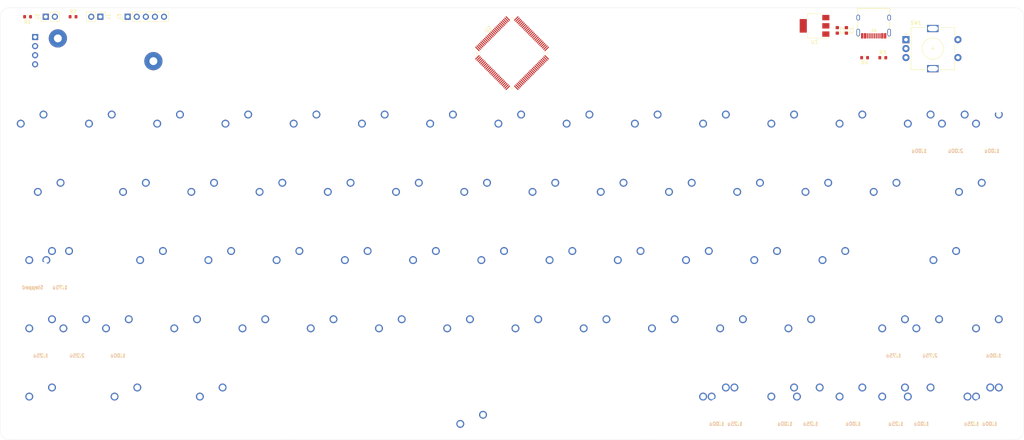
<source format=kicad_pcb>
(kicad_pcb (version 20201116) (generator pcbnew)
  (layers (0 "F.Cu" signal) (31 "B.Cu" signal) (34 "B.Paste" user) (35 "F.Paste" user) (36 "B.SilkS" user "B.Silkscreen") (37 "F.SilkS" user "F.Silkscreen") (38 "B.Mask" user) (39 "F.Mask" user) (44 "Edge.Cuts" user))
  (net 0 "")
  (net 1 "GND")
  (net 2 "+5V")
  (net 3 "+3V3")
  (net 4 "BOOT")
  (net 5 "RESET")
  (net 6 "SWDIO")
  (net 7 "SWCLK")
  (net 8 "Net-(J4-PadB8)")
  (net 9 "Net-(J4-PadA5)")
  (net 10 "DM")
  (net 11 "DP")
  (net 12 "Net-(J4-PadA8)")
  (net 13 "Net-(J4-PadB5)")
  (net 14 "Net-(J5-Pad5)")
  (net 15 "I2C_CLK")
  (net 16 "I2C_DAT")
  (net 17 "ENC_A")
  (net 18 "ENC_B")
  (net 19 "ENC_SW")
  (net 20 "Net-(U2-Pad98)")
  (net 21 "Net-(U2-Pad97)")
  (net 22 "Net-(U2-Pad96)")
  (net 23 "Net-(U2-Pad95)")
  (net 24 "Net-(U2-Pad91)")
  (net 25 "Net-(U2-Pad90)")
  (net 26 "Net-(U2-Pad89)")
  (net 27 "Net-(U2-Pad88)")
  (net 28 "Net-(U2-Pad87)")
  (net 29 "Net-(U2-Pad86)")
  (net 30 "Net-(U2-Pad85)")
  (net 31 "Net-(U2-Pad84)")
  (net 32 "Net-(U2-Pad83)")
  (net 33 "Net-(U2-Pad82)")
  (net 34 "Net-(U2-Pad81)")
  (net 35 "Net-(U2-Pad80)")
  (net 36 "Net-(U2-Pad79)")
  (net 37 "Net-(U2-Pad78)")
  (net 38 "Net-(U2-Pad77)")
  (net 39 "Net-(U2-Pad73)")
  (net 40 "Net-(U2-Pad69)")
  (net 41 "Net-(U2-Pad68)")
  (net 42 "Net-(U2-Pad67)")
  (net 43 "Net-(U2-Pad66)")
  (net 44 "Net-(U2-Pad65)")
  (net 45 "Net-(U2-Pad64)")
  (net 46 "Net-(U2-Pad63)")
  (net 47 "Net-(U2-Pad62)")
  (net 48 "Net-(U2-Pad61)")
  (net 49 "Net-(U2-Pad60)")
  (net 50 "Net-(U2-Pad59)")
  (net 51 "Net-(U2-Pad58)")
  (net 52 "Net-(U2-Pad57)")
  (net 53 "Net-(U2-Pad56)")
  (net 54 "Net-(U2-Pad55)")
  (net 55 "Net-(U2-Pad54)")
  (net 56 "Net-(U2-Pad53)")
  (net 57 "Net-(U2-Pad52)")
  (net 58 "Net-(U2-Pad51)")
  (net 59 "Net-(U2-Pad48)")
  (net 60 "Net-(U2-Pad47)")
  (net 61 "Net-(U2-Pad46)")
  (net 62 "Net-(U2-Pad45)")
  (net 63 "Net-(U2-Pad44)")
  (net 64 "Net-(U2-Pad43)")
  (net 65 "Net-(U2-Pad42)")
  (net 66 "Net-(U2-Pad41)")
  (net 67 "Net-(U2-Pad40)")
  (net 68 "Net-(U2-Pad39)")
  (net 69 "Net-(U2-Pad38)")
  (net 70 "Net-(U2-Pad37)")
  (net 71 "Net-(U2-Pad36)")
  (net 72 "Net-(U2-Pad35)")
  (net 73 "Net-(U2-Pad34)")
  (net 74 "Net-(U2-Pad33)")
  (net 75 "Net-(U2-Pad32)")
  (net 76 "Net-(U2-Pad31)")
  (net 77 "Net-(U2-Pad30)")
  (net 78 "Net-(U2-Pad29)")
  (net 79 "Net-(U2-Pad26)")
  (net 80 "Net-(U2-Pad25)")
  (net 81 "Net-(U2-Pad24)")
  (net 82 "Net-(U2-Pad23)")
  (net 83 "Net-(U2-Pad22)")
  (net 84 "Net-(U2-Pad19)")
  (net 85 "Net-(U2-Pad18)")
  (net 86 "Net-(U2-Pad17)")
  (net 87 "Net-(U2-Pad16)")
  (net 88 "Net-(U2-Pad15)")
  (net 89 "Net-(U2-Pad13)")
  (net 90 "Net-(U2-Pad12)")
  (net 91 "Net-(U2-Pad11)")
  (net 92 "Net-(U2-Pad10)")
  (net 93 "Net-(U2-Pad9)")
  (net 94 "Net-(U2-Pad8)")
  (net 95 "Net-(U2-Pad7)")
  (net 96 "Net-(U2-Pad5)")
  (net 97 "Net-(U2-Pad4)")
  (net 98 "Net-(U2-Pad3)")
  (net 99 "Net-(U2-Pad2)")
  (net 100 "Net-(U2-Pad1)")
  (net 101 "K0_0")
  (net 102 "K0_1")
  (net 103 "K0_2")
  (net 104 "K0_3")
  (net 105 "K0_4")
  (net 106 "K0_5")
  (net 107 "K0_6")
  (net 108 "K0_7")
  (net 109 "K0_8")
  (net 110 "K0_9")
  (net 111 "K0_10")
  (net 112 "K0_11")
  (net 113 "K0_12")
  (net 114 "K0_14")
  (net 115 "K0_13")
  (net 116 "K1_0")
  (net 117 "K1_1")
  (net 118 "K1_2")
  (net 119 "K1_3")
  (net 120 "K1_4")
  (net 121 "K1_5")
  (net 122 "K1_6")
  (net 123 "K1_7")
  (net 124 "K1_8")
  (net 125 "K1_9")
  (net 126 "K1_10")
  (net 127 "K1_11")
  (net 128 "K1_12")
  (net 129 "K1_13")
  (net 130 "K2_0")
  (net 131 "K2_1")
  (net 132 "K2_2")
  (net 133 "K2_3")
  (net 134 "K2_4")
  (net 135 "K2_5")
  (net 136 "K2_6")
  (net 137 "K2_7")
  (net 138 "K2_8")
  (net 139 "K2_9")
  (net 140 "K2_10")
  (net 141 "K2_11")
  (net 142 "K2_12")
  (net 143 "K3_2")
  (net 144 "K3_3")
  (net 145 "K3_4")
  (net 146 "K3_5")
  (net 147 "K3_6")
  (net 148 "K3_7")
  (net 149 "K3_8")
  (net 150 "K3_9")
  (net 151 "K3_10")
  (net 152 "K3_11")
  (net 153 "K3_1")
  (net 154 "K3_0")
  (net 155 "K3_13")
  (net 156 "K3_12")
  (net 157 "K4_0")
  (net 158 "K4_1")
  (net 159 "K4_2")
  (net 160 "K4_3")
  (net 161 "K4_8")
  (net 162 "K4_7")
  (net 163 "K4_6")
  (net 164 "K4_5")
  (net 165 "K4_4")
  (footprint "kobuss-footprint:MX_1u" (layer "F.Cu") (at 114.3 -66.675)
    (fp_text reference "SW1_5" hide)
    (fp_text value "1.00u")
  )
  (footprint "kobuss-footprint:MX_2.75u_or_1.75and1.00" (layer "F.Cu") (at 259.55625 -28.575)
    (fp_text reference "SW3_12-13" hide)
    (fp_text value "2.75u_or_1.75and1.00")
  )
  (footprint "kobuss-footprint:MX_1u" (layer "F.Cu") (at 9.525 -85.725)
    (fp_text reference "SW0_0" hide)
    (fp_text value "1.00u")
  )
  (footprint "kobuss-footprint:MX_1u" (layer "F.Cu") (at 123.825 -85.725)
    (fp_text reference "SW0_6" hide)
    (fp_text value "1.00u")
  )
  (footprint "kobuss-footprint:MX_1.50u" (layer "F.Cu") (at 271.4625 -66.675)
    (fp_text reference "SW1_13" hide)
    (fp_text value "1.50u")
  )
  (footprint "kobuss-footprint:MX_1u" (layer "F.Cu") (at 219.075 -85.725)
    (fp_text reference "SW0_11" hide)
    (fp_text value "1.00u")
  )
  (footprint "kobuss-footprint:MX_1u" (layer "F.Cu") (at 80.9625 -47.625)
    (fp_text reference "SW2_3" hide)
    (fp_text value "1.00u")
  )
  (footprint "kobuss-footprint:MX_1.50u" (layer "F.Cu") (at 14.2875 -66.675)
    (fp_text reference "SW1_0" hide)
    (fp_text value "1.50u")
  )
  (footprint "kobuss-footprint:MX_2.25u" (layer "F.Cu") (at 264.31875 -47.625)
    (fp_text reference "SW2_12" hide)
    (fp_text value "2.25u")
  )
  (footprint "kobuss-footprint:MX_1u" (layer "F.Cu") (at 209.55 -66.675)
    (fp_text reference "SW1_10" hide)
    (fp_text value "1.00u")
  )
  (footprint "kobuss-footprint:MX_1u" (layer "F.Cu") (at 128.5875 -28.575)
    (fp_text reference "SW3_6" hide)
    (fp_text value "1.00u")
  )
  (footprint "kobuss-footprint:SSD1306" (layer "F.Cu") (at 8.4582 -114.6048)
    (fp_text reference "J5" hide)
    (fp_text value "SSD1306")
  )
  (footprint "kobuss-footprint:MX_6.25u" (layer "F.Cu") (at 130.96875 -9.525 180)
    (fp_text reference "SW4_3" hide)
    (fp_text value "6.25u")
  )
  (footprint "kobuss-footprint:MX_1u" (layer "F.Cu") (at 185.7375 -28.575)
    (fp_text reference "SW3_9" hide)
    (fp_text value "1.00u")
  )
  (footprint "kobuss-footprint:MX_1.25" (layer "F.Cu") (at 35.71875 -9.525)
    (fp_text reference "SW4_1" hide)
    (fp_text value "1.25u")
  )
  (footprint "kobuss-footprint:MX_1u" (layer "F.Cu") (at 38.1 -66.675)
    (fp_text reference "SW1_1" hide)
    (fp_text value "1.00u")
  )
  (footprint "kobuss-footprint:MX_1.75u_stepped_caps" (layer "F.Cu") (at 16.66875 -47.625)
    (fp_text reference "SW2_0" hide)
    (fp_text value "1.75u_stepped_caps_lock")
  )
  (footprint "kobuss-footprint:MX_1u" (layer "F.Cu") (at 133.35 -66.675)
    (fp_text reference "SW1_6" hide)
    (fp_text value "1.00u")
  )
  (footprint "Connector_PinHeader_2.54mm:PinHeader_1x05_P2.54mm_Vertical" (layer "F.Cu") (at 35.56 -118.11 90)
    (fp_text reference "J3")
    (fp_text value "Conn_01x05")
  )
  (footprint "kobuss-footprint:MX_1u" (layer "F.Cu") (at 28.575 -85.725)
    (fp_text reference "SW0_1" hide)
    (fp_text value "1.00u")
  )
  (footprint "kobuss-footprint:MX_1u" (layer "F.Cu") (at 166.6875 -28.575)
    (fp_text reference "SW3_8" hide)
    (fp_text value "1.00u")
  )
  (footprint "kobuss-footprint:MX_1u" (layer "F.Cu") (at 152.4 -66.675)
    (fp_text reference "SW1_7" hide)
    (fp_text value "1.00u")
  )
  (footprint "kobuss-footprint:MX_1.25" (layer "F.Cu") (at 59.53125 -9.525)
    (fp_text reference "SW4_2" hide)
    (fp_text value "1.25u")
  )
  (footprint "kobuss-footprint:MX_1u" (layer "F.Cu") (at 195.2625 -47.625)
    (fp_text reference "SW2_9" hide)
    (fp_text value "1.00u")
  )
  (footprint "kobuss-footprint:MX_1u" (layer "F.Cu") (at 247.65 -66.675)
    (fp_text reference "SW1_12" hide)
    (fp_text value "1.00u")
  )
  (footprint "kobuss-footprint:MX_1u" (layer "F.Cu") (at 47.625 -85.725)
    (fp_text reference "SW0_2" hide)
    (fp_text value "1.00u")
  )
  (footprint "kobuss-footprint:MX_1u" (layer "F.Cu") (at 100.0125 -47.625)
    (fp_text reference "SW2_4" hide)
    (fp_text value "1.00u")
  )
  (footprint "kobuss-footprint:MX_1u" (layer "F.Cu") (at 142.875 -85.725)
    (fp_text reference "SW0_7" hide)
    (fp_text value "1.00u")
  )
  (footprint "kobuss-footprint:MX_1u" (layer "F.Cu") (at 228.6 -66.675)
    (fp_text reference "SW1_11" hide)
    (fp_text value "1.00u")
  )
  (footprint "Capacitor_SMD:C_0603_1608Metric" (layer "F.Cu") (at 236.22 -114.3 -90)
    (fp_text reference "C1")
    (fp_text value "10uF")
  )
  (footprint "kobuss-footprint:MX_1u" (layer "F.Cu") (at 223.8375 -28.575)
    (fp_text reference "SW3_11" hide)
    (fp_text value "1.00u")
  )
  (footprint "kobuss-footprint:MX_1u" (layer "F.Cu") (at 176.2125 -47.625)
    (fp_text reference "SW2_8" hide)
    (fp_text value "1.00u")
  )
  (footprint "kobuss-footprint:MX_1u" (layer "F.Cu") (at 190.5 -66.675)
    (fp_text reference "SW1_9" hide)
    (fp_text value "1.00u")
  )
  (footprint "kobuss-footprint:MX_1u" (layer "F.Cu") (at 95.25 -66.675)
    (fp_text reference "SW1_4" hide)
    (fp_text value "1.00u")
  )
  (footprint "Package_QFP:LQFP-100_14x14mm_P0.5mm" (layer "F.Cu") (at 142.875 -107.95 45)
    (fp_text reference "U2")
    (fp_text value "STM32F072V8Tx")
  )
  (footprint "kobuss-footprint:U262-161N-4BVC11" (layer "F.Cu") (at 243.84 -112.776 180)
    (fp_text reference "J4")
    (fp_text value "USB_C_Receptacle_USB2.0")
  )
  (footprint "kobuss-footprint:MX_1u" (layer "F.Cu") (at 157.1625 -47.625)
    (fp_text reference "SW2_7" hide)
    (fp_text value "1.00u")
  )
  (footprint "kobuss-footprint:MX_1u" (layer "F.Cu") (at 61.9125 -47.625)
    (fp_text reference "SW2_2" hide)
    (fp_text value "1.00u")
  )
  (footprint "kobuss-footprint:MX_4x1.25u_or_5x1.00u" (layer "F.Cu") (at 238.125 -9.525)
    (fp_text reference "SW4_4-8" hide)
    (fp_text value "4x1.25u_or_5x1.00u")
  )
  (footprint "kobuss-footprint:MX_1u" (layer "F.Cu") (at 52.3875 -28.575)
    (fp_text reference "SW3_2" hide)
    (fp_text value "1.00u")
  )
  (footprint "kobuss-footprint:MX_1u" (layer "F.Cu") (at 109.5375 -28.575)
    (fp_text reference "SW3_5" hide)
    (fp_text value "1.00u")
  )
  (footprint "kobuss-footprint:PEC11R-4220K-S0024" (layer "F.Cu") (at 252.84938 -111.71936)
    (fp_text reference "SW1")
    (fp_text value "RotaryEncoder_Switch")
  )
  (footprint "kobuss-footprint:MX_1u" (layer "F.Cu") (at 233.3625 -47.625)
    (fp_text reference "SW2_11" hide)
    (fp_text value "1.00u")
  )
  (footprint "kobuss-footprint:MX_1u" (layer "F.Cu") (at 104.775 -85.725)
    (fp_text reference "SW0_5" hide)
    (fp_text value "1.00u")
  )
  (footprint "kobuss-footprint:MX_1u" (layer "F.Cu") (at 138.1125 -47.625)
    (fp_text reference "SW2_6" hide)
    (fp_text value "1.00u")
  )
  (footprint "kobuss-footprint:MX_1u" (layer "F.Cu") (at 66.675 -85.725)
    (fp_text reference "SW0_3" hide)
    (fp_text value "1.00u")
  )
  (footprint "Resistor_SMD:R_0603_1608Metric" (layer "F.Cu") (at 20.32 -118.11)
    (fp_text reference "R2")
    (fp_text value "5.1k")
  )
  (footprint "kobuss-footprint:MX_1u" (layer "F.Cu") (at 161.925 -85.725)
    (fp_text reference "SW0_8" hide)
    (fp_text value "1.00u")
  )
  (footprint "Capacitor_SMD:C_0603_1608Metric" (layer "F.Cu") (at 233.68 -114.3 -90)
    (fp_text reference "C2")
    (fp_text value "10uF")
  )
  (footprint "kobuss-footprint:MX_1u" (layer "F.Cu") (at 90.4875 -28.575)
    (fp_text reference "SW3_4" hide)
    (fp_text value "1.00u")
  )
  (footprint "kobuss-footprint:MX_1u" (layer "F.Cu") (at 200.025 -85.725)
    (fp_text reference "SW0_10" hide)
    (fp_text value "1.00u")
  )
  (footprint "kobuss-footprint:MX_1u" (layer "F.Cu") (at 57.15 -66.675)
    (fp_text reference "SW1_2" hide)
    (fp_text value "1.00u")
  )
  (footprint "Package_TO_SOT_SMD:SOT-223-3_TabPin2" (layer "F.Cu") (at 227.33 -115.57 180)
    (fp_text reference "U1")
    (fp_text value "AMS1117-3.3")
  )
  (footprint "kobuss-footprint:MX_1u" (layer "F.Cu") (at 238.125 -85.725)
    (fp_text reference "SW0_12" hide)
    (fp_text value "1.00u")
  )
  (footprint "kobuss-footprint:MX_2.25u_or_1.25and1.00" (layer "F.Cu") (at 21.43125 -28.575)
    (fp_text reference "SW3_0-1" hide)
    (fp_text value "2.25u_or_1.25and1.00")
  )
  (footprint "kobuss-footprint:MX_1u" (layer "F.Cu") (at 119.0625 -47.625)
    (fp_text reference "SW2_5" hide)
    (fp_text value "1.00u")
  )
  (footprint "kobuss-footprint:MX_1u" (layer "F.Cu") (at 171.45 -66.675)
    (fp_text reference "SW1_8" hide)
    (fp_text value "1.00u")
  )
  (footprint "kobuss-footprint:MX_1u" (layer "F.Cu") (at 180.975 -85.725)
    (fp_text reference "SW0_9" hide)
    (fp_text value "1.00u")
  )
  (footprint "Connector_PinHeader_2.54mm:PinHeader_1x02_P2.54mm_Vertical" (layer "F.Cu") (at 27.94 -118.11 -90)
    (fp_text reference "J1")
    (fp_text value "Conn_01x02")
  )
  (footprint "kobuss-footprint:MX_1u" (layer "F.Cu") (at 42.8625 -47.625)
    (fp_text reference "SW2_1" hide)
    (fp_text value "1.00u")
  )
  (footprint "kobuss-footprint:MX_2.00u_or_1.00and1.00" (layer "F.Cu") (at 266.7 -85.725)
    (fp_text reference "SW0_13-14" hide)
    (fp_text value "2.00u_or_1.00and1.00")
  )
  (footprint "kobuss-footprint:MX_1u" (layer "F.Cu") (at 204.7875 -28.575)
    (fp_text reference "SW3_10" hide)
    (fp_text value "1.00u")
  )
  (footprint "kobuss-footprint:MX_1u" (layer "F.Cu") (at 214.3125 -47.625)
    (fp_text reference "SW2_10" hide)
    (fp_text value "1.00u")
  )
  (footprint "kobuss-footprint:MX_1u" (layer "F.Cu") (at 71.4375 -28.575)
    (fp_text reference "SW3_3" hide)
    (fp_text value "1.00u")
  )
  (footprint "kobuss-footprint:MX_1u" (layer "F.Cu") (at 147.6375 -28.575)
    (fp_text reference "SW3_7" hide)
    (fp_text value "1.00u")
  )
  (footprint "Resistor_SMD:R_0603_1608Metric" (layer "F.Cu") (at 246.38 -106.68)
    (fp_text reference "R3")
    (fp_text value "5.1k")
  )
  (footprint "Resistor_SMD:R_0603_1608Metric" (layer "F.Cu") (at 241.3 -106.68 180)
    (fp_text reference "R4")
    (fp_text value "5.1k")
  )
  (footprint "kobuss-footprint:MX_1u" (layer "F.Cu") (at 85.725 -85.725)
    (fp_text reference "SW0_4" hide)
    (fp_text value "1.00u")
  )
  (footprint "Connector_PinHeader_2.54mm:PinHeader_1x02_P2.54mm_Vertical" (layer "F.Cu") (at 12.7 -118.11 90)
    (fp_text reference "J2")
    (fp_text value "Conn_01x02")
  )
  (footprint "kobuss-footprint:MX_1.25" (layer "F.Cu") (at 11.90625 -9.525)
    (fp_text reference "SW4_0" hide)
    (fp_text value "1.25u")
  )
  (footprint "Resistor_SMD:R_0603_1608Metric" (layer "F.Cu") (at 7.62 -118.11 180)
    (fp_text reference "R1")
    (fp_text value "5.1k")
  )
  (footprint "kobuss-footprint:MX_1u" (layer "F.Cu") (at 76.2 -66.675)
    (fp_text reference "SW1_3" hide)
    (fp_text value "1.00u")
  )
  (gr_line (start 285.75 -118.11) (end 285.75 -2.54) (layer "Edge.Cuts") (width 0.05))
  (gr_line (start 283.21 -120.65) (end 2.54 -120.65) (layer "Edge.Cuts") (width 0.05))
  (gr_arc (start 2.54 -118.11) (end 2.54 -120.65) (angle -90) (layer "Edge.Cuts") (width 0.05))
  (gr_line (start 283.21 0) (end 2.54 0) (layer "Edge.Cuts") (width 0.05))
  (gr_line (start 0 -118.11) (end 0 -2.54) (layer "Edge.Cuts") (width 0.05))
  (gr_arc (start 2.54 -2.54) (end 0 -2.54) (angle -90) (layer "Edge.Cuts") (width 0.05))
  (gr_arc (start 283.21 -118.11) (end 285.75 -118.11) (angle -90) (layer "Edge.Cuts") (width 0.05))
  (gr_arc (start 283.21 -2.54) (end 285.75 -2.54) (angle 90) (layer "Edge.Cuts") (width 0.05))
)
</source>
